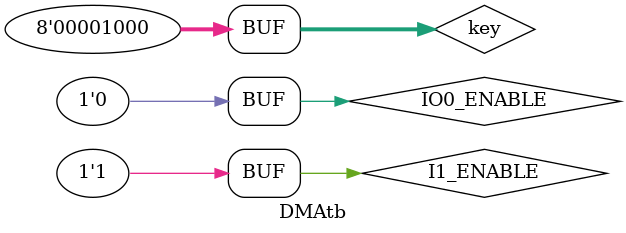
<source format=v>
`include "IO.v"
`include "memory.v"
`include "DMA.v"
`include "CLK_ON_WIRE.v"
`include "MINI_CPU.v"
`include "keypad.v"
`include "MIPS_DMA_INTERFACE.v"


module DMAtb();
wire CLK;
CLK_ON_WIRE obj(CLK);
wire [7:0] DB;
wire [3:0] CB;
wire [7:0] AB;
wire [3:0] DREQ;
reg IO0_ENABLE;
reg I1_ENABLE;
wire HLDA,HRQ;
wire [3:0] DACK;
reg [7:0] key;
IO disk(IO0_ENABLE,DB,AB,CB,DREQ[0],DACK[0],CLK);
memory DATAMEM(AB,DB,CB,CLK);
//MINI_CPU acc(HRQ,HLDA);
DMA t_DMA(CLK,HLDA,DREQ,DB,AB,HRQ,DACK,CB);
keypad keys(DB,CB,AB,key,CLK,DACK[1],DREQ[1],I1_ENABLE);
CPU mips(CLK,DB,CB,AB,HLDA,HRQ);



initial begin

#10

IO0_ENABLE<=0;
key<=8;
I1_ENABLE<=0;


#10
IO0_ENABLE<=1;
#110
IO0_ENABLE<=0;
I1_ENABLE<=1;




end







endmodule
</source>
